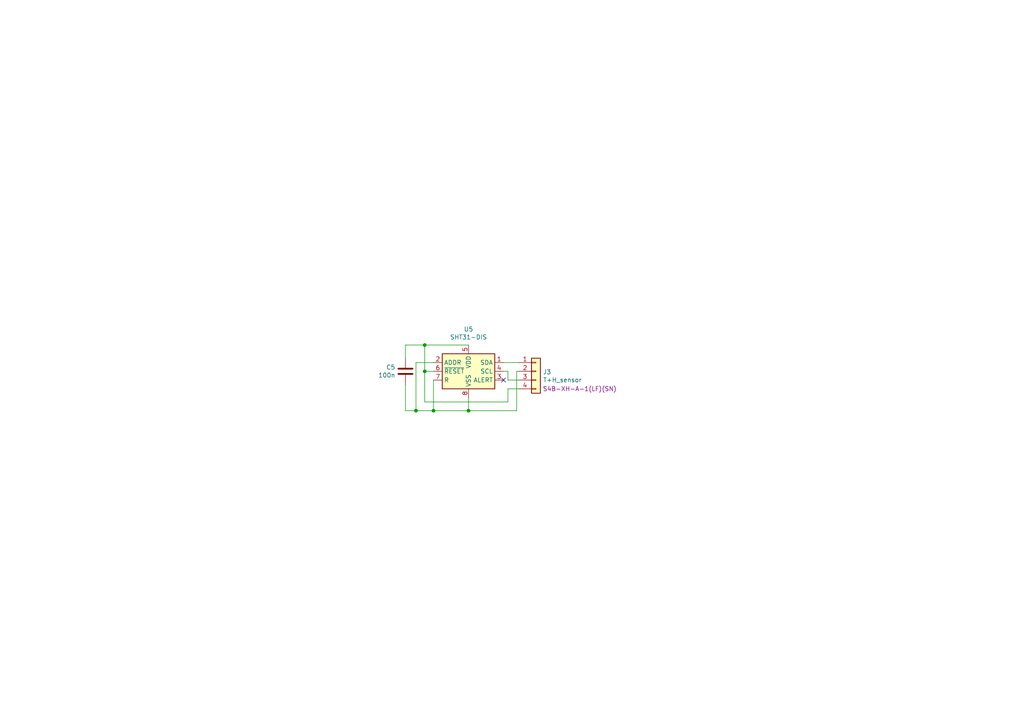
<source format=kicad_sch>
(kicad_sch (version 20211123) (generator eeschema)
  (paper "A4")
  (lib_symbols
    (symbol "Connector_Generic:Conn_01x04" (pin_names (offset 1.016) hide)
      (property "Reference" "J" (at 0 5.08 0))
      (property "Value" "Conn_01x04" (at 0 -7.62 0))
      (symbol "Conn_01x04_1_1"
        (rectangle (start -1.27 -4.953) (end 0 -5.207) (stroke (width 0.1524)))
        (rectangle (start -1.27 -2.413) (end 0 -2.667) (stroke (width 0.1524)))
        (rectangle (start -1.27 0.127) (end 0 -0.127) (stroke (width 0.1524)))
        (rectangle (start -1.27 2.667) (end 0 2.413) (stroke (width 0.1524)))
        (rectangle (start -1.27 3.81) (end 1.27 -6.35) (stroke (width 0.254)) (fill (type background)))
        (pin passive line (at -5.08 2.54 0) (length 3.81) (name "Pin_1") (number "1"))
        (pin passive line (at -5.08 0 0) (length 3.81) (name "Pin_2") (number "2"))
        (pin passive line (at -5.08 -2.54 0) (length 3.81) (name "Pin_3") (number "3"))
        (pin passive line (at -5.08 -5.08 0) (length 3.81) (name "Pin_4") (number "4"))
      )
    )
    (symbol "Device:C" (pin_numbers hide) (pin_names (offset 0.254))
      (property "Reference" "C" (at 0.635 2.54 0))
      (property "Value" "C" (at 0.635 -2.54 0))
      (symbol "C_0_1"
        (polyline (pts (xy -2.032 -0.762) (xy 2.032 -0.762)) (stroke (width 0.508)))
        (polyline (pts (xy -2.032 0.762) (xy 2.032 0.762)) (stroke (width 0.508)))
      )
      (symbol "C_1_1"
        (pin passive line (at 0 3.81 270) (length 2.794) (name "~") (number "1"))
        (pin passive line (at 0 -3.81 90) (length 2.794) (name "~") (number "2"))
      )
    )
    (symbol "Sensor_Humidity:SHT31-DIS"
      (property "Reference" "U" (at -6.35 6.35 0))
      (property "Value" "SHT31-DIS" (at 6.35 6.35 0))
      (symbol "SHT31-DIS_0_1"
        (rectangle (start -7.62 5.08) (end 7.62 -5.08) (stroke (width 0.254)) (fill (type background)))
      )
      (symbol "SHT31-DIS_1_1"
        (pin bidirectional line (at 10.16 2.54 180) (length 2.54) (name "SDA") (number "1"))
        (pin input line (at -10.16 2.54 0) (length 2.54) (name "ADDR") (number "2"))
        (pin output line (at 10.16 -2.54 180) (length 2.54) (name "ALERT") (number "3"))
        (pin input line (at 10.16 0 180) (length 2.54) (name "SCL") (number "4"))
        (pin power_in line (at 0 7.62 270) (length 2.54) (name "VDD") (number "5"))
        (pin input line (at -10.16 0 0) (length 2.54) (name "~{RESET}") (number "6"))
        (pin passive line (at -10.16 -2.54 0) (length 2.54) (name "R") (number "7"))
        (pin power_in line (at 0 -7.62 90) (length 2.54) (name "VSS") (number "8"))
        (pin passive line (at 0 -7.62 90) (length 2.54) hide (name "VSS") (number "9"))
      )
    )
  )
  (junction (at 123.19 100.076))
  (junction (at 135.89 119.126))
  (junction (at 125.73 119.126))
  (junction (at 120.65 119.126))
  (junction (at 123.19 107.696))
  (no_connect (at 146.05 110.236))
  (wire (pts (xy 123.19 100.076) (xy 135.89 100.076)))
  (wire (pts (xy 135.89 119.126) (xy 149.86 119.126)))
  (wire (pts (xy 147.32 107.696) (xy 147.32 110.236)))
  (wire (pts (xy 123.19 100.076) (xy 117.602 100.076)))
  (wire (pts (xy 125.73 119.126) (xy 135.89 119.126)))
  (wire (pts (xy 125.73 110.236) (xy 125.73 119.126)))
  (wire (pts (xy 117.602 119.126) (xy 120.65 119.126)))
  (wire (pts (xy 146.05 105.156) (xy 150.368 105.156)))
  (wire (pts (xy 147.32 112.776) (xy 150.368 112.776)))
  (wire (pts (xy 147.32 110.236) (xy 150.368 110.236)))
  (wire (pts (xy 149.86 119.126) (xy 149.86 107.696)))
  (wire (pts (xy 125.73 105.156) (xy 120.65 105.156)))
  (wire (pts (xy 146.05 107.696) (xy 147.32 107.696)))
  (wire (pts (xy 117.602 111.506) (xy 117.602 119.126)))
  (wire (pts (xy 123.19 116.586) (xy 147.32 116.586)))
  (wire (pts (xy 147.32 116.586) (xy 147.32 112.776)))
  (wire (pts (xy 123.19 107.696) (xy 123.19 116.586)))
  (wire (pts (xy 120.65 119.126) (xy 125.73 119.126)))
  (wire (pts (xy 125.73 107.696) (xy 123.19 107.696)))
  (wire (pts (xy 135.89 115.316) (xy 135.89 119.126)))
  (wire (pts (xy 149.86 107.696) (xy 150.368 107.696)))
  (wire (pts (xy 123.19 107.696) (xy 123.19 100.076)))
  (wire (pts (xy 120.65 105.156) (xy 120.65 119.126)))
  (wire (pts (xy 117.602 100.076) (xy 117.602 103.886)))
  (symbol (lib_id "Device:C") (at 117.602 107.696 0) (mirror y) (unit 1)
    (property "Reference" "C5" (at 114.681 106.5276 0) (effects (justify left)))
    (property "Value" "100n" (at 114.681 108.839 0) (effects (justify left)))
    (property "Footprint" "Capacitor_SMD:C_0402_1005Metric" (effects hide))
    (property "Manufacturer number" "CL05A104KA5NNNC" (effects hide))
    (property "Digikey" "https://www.digikey.ch/product-detail/en/samsung-electro-mechanics/CL05A104KA5NNNC/1276-1043-1-ND/3889129" (effects hide))
  )
  (symbol (lib_id "Sensor_Humidity:SHT31-DIS") (at 135.89 107.696 0) (unit 1)
    (property "Reference" "U5" (at 135.89 95.4786 0))
    (property "Value" "SHT31-DIS" (at 135.89 97.79 0))
    (property "Footprint" "Sensor_Humidity:Sensirion_DFN-8-1EP_2.5x2.5mm_P0.5mm_EP1.1x1.7mm" (effects hide))
    (property "Datasheet" "https://www.sensirion.com/fileadmin/user_upload/customers/sensirion/Dokumente/2_Humidity_Sensors/Datasheets/Sensirion_Humidity_Sensors_SHT3x_Datasheet_digital.pdf" (effects hide))
    (property "Manufacturer" "Sensirion AG" (effects hide))
    (property "Digikey" "https://www.digikey.ch/short/nvd7b2wr" (effects hide))
  )
  (symbol (lib_id "Connector_Generic:Conn_01x04") (at 155.448 107.696 0) (unit 1)
    (property "Reference" "J3" (at 157.48 107.8992 0) (effects (justify left)))
    (property "Value" "T+H_sensor" (at 157.48 110.2106 0) (effects (justify left)))
    (property "Footprint" "Connector_JST:JST_XH_S4B-XH-A_1x04_P2.50mm_Horizontal" (effects hide))
    (property "Datasheet" "https://www.jst-mfg.com/product/pdf/eng/eXH.pdf" (effects hide))
    (property "Manufacturer number" "S4B-XH-A-1(LF)(SN)" (at 168.148 112.776 0))
    (property "Digikey" "https://www.digikey.ch/de/products/detail/jst-sales-america-inc/S4B-XH-A-1-LF-SN/9961923" (effects hide))
    (property "Manufacturer" "JST Sales America Inc." (effects hide))
  )
)
</source>
